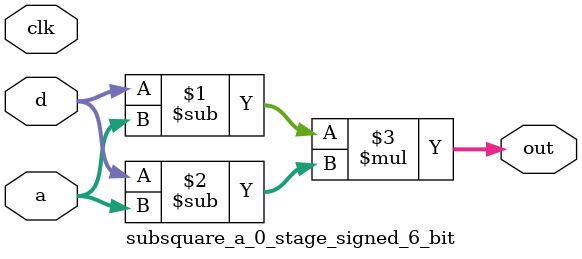
<source format=sv>
(* use_dsp = "yes" *) module subsquare_a_0_stage_signed_6_bit(
	input signed [5:0] a,
	input signed [5:0] d,
	output [5:0] out,
	input clk);

	assign out = (d - a) * (d - a);
endmodule

</source>
